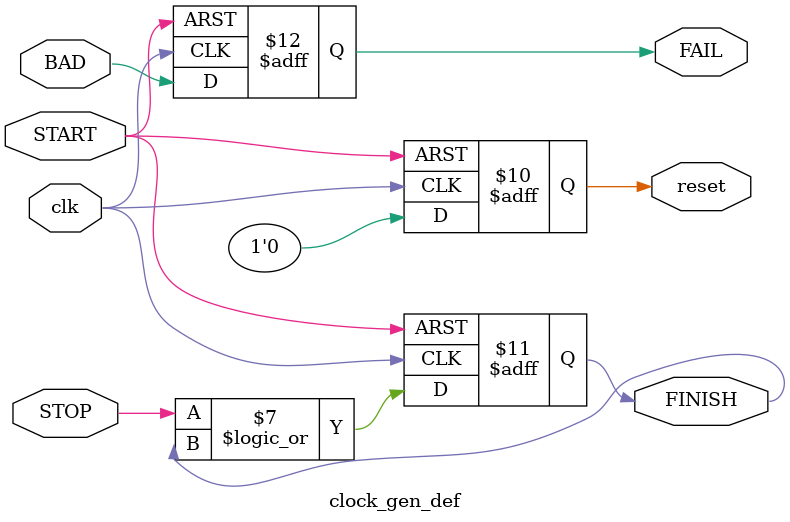
<source format=v>
/**********************************************************************/
/*                                                                    */
/*             -------                                                */
/*            /   SOC  \                                              */
/*           /    GEN   \                                             */
/*          /     SIM    \                                            */
/*          ==============                                            */
/*          |            |                                            */
/*          |____________|                                            */
/*                                                                    */
/*  Clock and Reset generator for simulations                          */
/*                                                                    */
/*                                                                    */
/*  Author(s):                                                        */
/*      - John Eaton, jt_eaton@opencores.org                          */
/*                                                                    */
/**********************************************************************/
/*                                                                    */
/*    Copyright (C) <2010>  <Ouabache Design Works>                   */
/*                                                                    */
/*  This source file may be used and distributed without              */
/*  restriction provided that this copyright statement is not         */
/*  removed from the file and that any derivative work contains       */
/*  the original copyright notice and the associated disclaimer.      */
/*                                                                    */
/*  This source file is free software; you can redistribute it        */
/*  and/or modify it under the terms of the GNU Lesser General        */
/*  Public License as published by the Free Software Foundation;      */
/*  either version 2.1 of the License, or (at your option) any        */
/*  later version.                                                    */
/*                                                                    */
/*  This source is distributed in the hope that it will be            */
/*  useful, but WITHOUT ANY WARRANTY; without even the implied        */
/*  warranty of MERCHANTABILITY or FITNESS FOR A PARTICULAR           */
/*  PURPOSE.  See the GNU Lesser General Public License for more      */
/*  details.                                                          */
/*                                                                    */
/*  You should have received a copy of the GNU Lesser General         */
/*  Public License along with this source; if not, download it        */
/*  from http://www.opencores.org/lgpl.shtml                          */
/*                                                                    */
/**********************************************************************/

module clock_gen_def
#(parameter STOP_WIDTH = 1,
  parameter BAD_WIDTH  = 1
)
 
 (input  wire                  clk,
  input  wire                  START,
  input  wire [STOP_WIDTH-1:0] STOP,
  input  wire [BAD_WIDTH-1:0]  BAD,
  output reg                   FINISH,
  output reg                   FAIL,
  output reg                   reset
 );





always@(posedge clk or negedge START)

if(!START)  FAIL <= 0;
else        FAIL <= |BAD;

always@(posedge clk or negedge START)

if(!START)  FINISH <= 0;
else        FINISH <= (|STOP) || FINISH;

   


   

always@(posedge clk or negedge START)
  if(!START)  reset <= 1'b1;
  else        reset <= 1'b0;



   

   
   
endmodule




</source>
